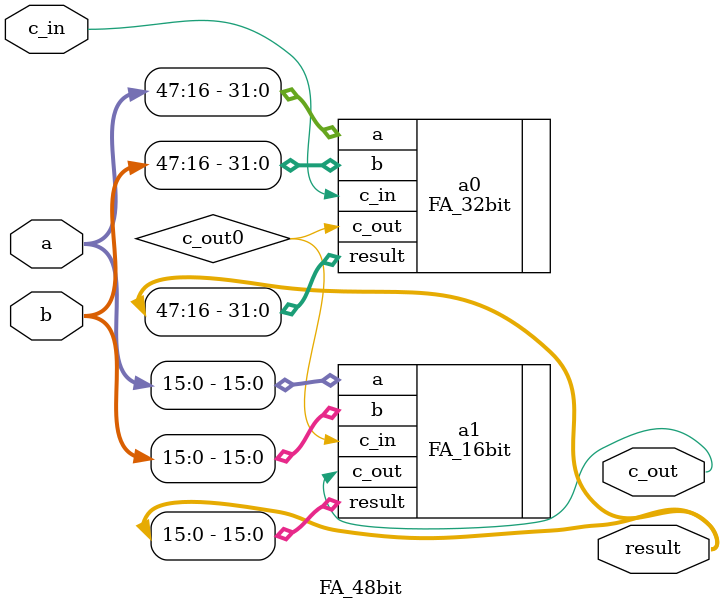
<source format=v>
module FA_48bit
(
    input [47:0] a,b,
    input c_in,
    output [47:0] result,
    output wire c_out
);
wire c_out0;
FA_32bit a0(
    .a(a[47:16]),
    .b(b[47:16]),
    .c_in(c_in),
    .result(result[47:16]),
    .c_out(c_out0)
);
FA_16bit a1(
    .a(a[15:0]),
    .b(b[15:0]),
    .c_in(c_out0),
    .result(result[15:0]),
    .c_out(c_out)
);
endmodule
</source>
